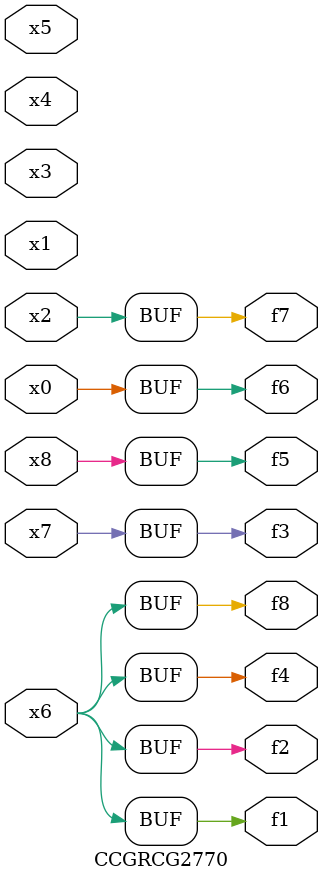
<source format=v>
module CCGRCG2770(
	input x0, x1, x2, x3, x4, x5, x6, x7, x8,
	output f1, f2, f3, f4, f5, f6, f7, f8
);
	assign f1 = x6;
	assign f2 = x6;
	assign f3 = x7;
	assign f4 = x6;
	assign f5 = x8;
	assign f6 = x0;
	assign f7 = x2;
	assign f8 = x6;
endmodule

</source>
